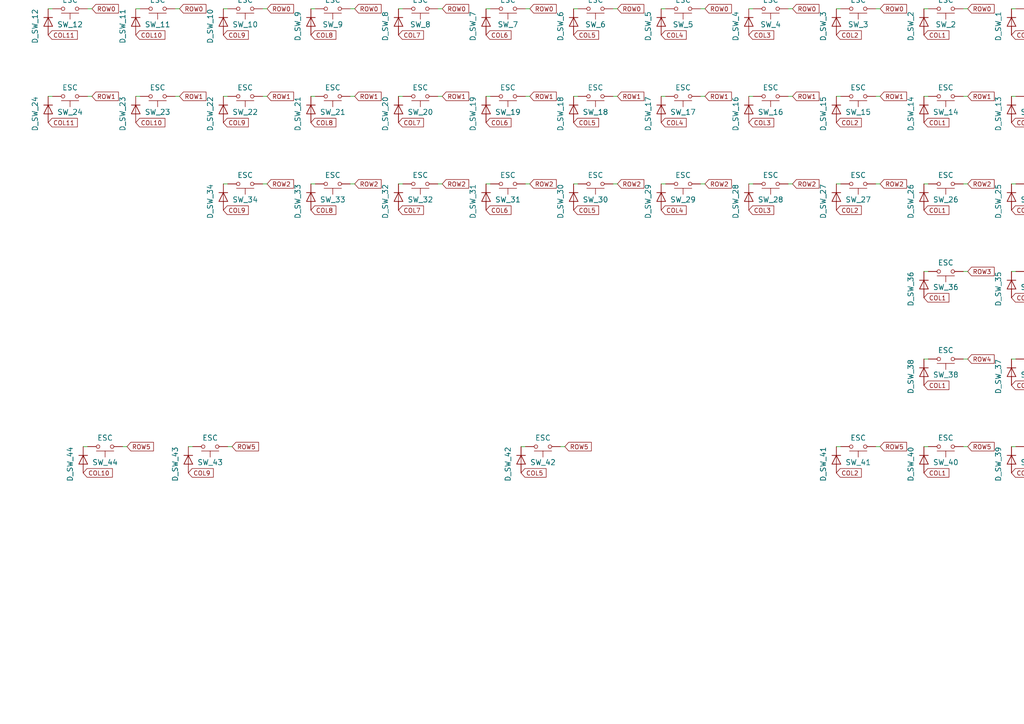
<source format=kicad_sch>
(kicad_sch (version 20211123) (generator eeschema)
  (paper "A4")
  (lib_symbols
    (symbol "Keyboard-symbols:Device_D" (pin_numbers hide) (pin_names (offset 1.016) hide)
      (property "Reference" "D" (at 0 -2.54 0))
      (property "Value" "Device_D" (at 0 2.54 0))
      (symbol "Device_D_0_1"
        (polyline (pts (xy -1.27 0) (xy 1.27 0)))
        (polyline (pts (xy 1.27 -1.27) (xy 1.27 1.27)) (stroke (width 0.2032)))
        (polyline (pts (xy -1.27 -1.27) (xy -1.27 1.27) (xy 1.27 0) (xy -1.27 -1.27)) (stroke (width 0.2032)))
      )
      (symbol "Device_D_1_1"
        (pin passive line (at 3.81 0 180) (length 2.54) (name "K") (number "1"))
        (pin passive line (at -3.81 0 0) (length 2.54) (name "A") (number "2"))
      )
    )
    (symbol "Keyboard-symbols:Switch_SW_Push" (pin_numbers hide) (pin_names (offset 1.016) hide)
      (property "Reference" "SW" (at 1.27 2.54 0))
      (property "Value" "Switch_SW_Push" (at 0 -1.524 0))
      (symbol "Switch_SW_Push_0_1"
        (circle (center -2.032 0) (radius 0.508))
        (polyline (pts (xy 0 1.27) (xy 0 3.048)))
        (polyline (pts (xy 2.54 1.27) (xy -2.54 1.27)))
        (circle (center 2.032 0) (radius 0.508))
        (pin passive line (at -5.08 0 0) (length 2.54) (name "1") (number "1"))
        (pin passive line (at 5.08 0 180) (length 2.54) (name "2") (number "2"))
      )
    )
  )
  (wire (pts (xy 76.2 2.54) (xy 77.47 2.54)))
  (wire (pts (xy 294.64 129.54) (xy 293.37 129.54)))
  (wire (pts (xy 15.24 27.94) (xy 13.97 27.94)))
  (wire (pts (xy 279.4 27.94) (xy 280.67 27.94)))
  (wire (pts (xy 50.8 2.54) (xy 52.07 2.54)))
  (wire (pts (xy 228.6 27.94) (xy 229.87 27.94)))
  (wire (pts (xy 304.8 129.54) (xy 306.07 129.54)))
  (wire (pts (xy 279.4 2.54) (xy 280.67 2.54)))
  (wire (pts (xy 269.24 129.54) (xy 267.97 129.54)))
  (wire (pts (xy 142.24 53.34) (xy 140.97 53.34)))
  (wire (pts (xy 127 53.34) (xy 128.27 53.34)))
  (wire (pts (xy 116.84 53.34) (xy 115.57 53.34)))
  (wire (pts (xy 304.8 2.54) (xy 306.07 2.54)))
  (wire (pts (xy 279.4 53.34) (xy 280.67 53.34)))
  (wire (pts (xy 55.88 129.54) (xy 54.61 129.54)))
  (wire (pts (xy 152.4 2.54) (xy 153.67 2.54)))
  (wire (pts (xy 152.4 27.94) (xy 153.67 27.94)))
  (wire (pts (xy 254 27.94) (xy 255.27 27.94)))
  (wire (pts (xy 228.6 2.54) (xy 229.87 2.54)))
  (wire (pts (xy 203.2 27.94) (xy 204.47 27.94)))
  (wire (pts (xy 66.04 129.54) (xy 67.31 129.54)))
  (wire (pts (xy 91.44 53.34) (xy 90.17 53.34)))
  (wire (pts (xy 167.64 2.54) (xy 166.37 2.54)))
  (wire (pts (xy 193.04 27.94) (xy 191.77 27.94)))
  (wire (pts (xy 167.64 27.94) (xy 166.37 27.94)))
  (wire (pts (xy 152.4 53.34) (xy 153.67 53.34)))
  (wire (pts (xy 167.64 53.34) (xy 166.37 53.34)))
  (wire (pts (xy 304.8 27.94) (xy 306.07 27.94)))
  (wire (pts (xy 40.64 2.54) (xy 39.37 2.54)))
  (wire (pts (xy 203.2 53.34) (xy 204.47 53.34)))
  (wire (pts (xy 218.44 53.34) (xy 217.17 53.34)))
  (wire (pts (xy 101.6 27.94) (xy 102.87 27.94)))
  (wire (pts (xy 269.24 2.54) (xy 267.97 2.54)))
  (wire (pts (xy 243.84 27.94) (xy 242.57 27.94)))
  (wire (pts (xy 127 27.94) (xy 128.27 27.94)))
  (wire (pts (xy 101.6 53.34) (xy 102.87 53.34)))
  (wire (pts (xy 254 53.34) (xy 255.27 53.34)))
  (wire (pts (xy 254 129.54) (xy 255.27 129.54)))
  (wire (pts (xy 243.84 129.54) (xy 242.57 129.54)))
  (wire (pts (xy 243.84 2.54) (xy 242.57 2.54)))
  (wire (pts (xy 101.6 2.54) (xy 102.87 2.54)))
  (wire (pts (xy 304.8 53.34) (xy 306.07 53.34)))
  (wire (pts (xy 177.8 53.34) (xy 179.07 53.34)))
  (wire (pts (xy 294.64 27.94) (xy 293.37 27.94)))
  (wire (pts (xy 294.64 78.74) (xy 293.37 78.74)))
  (wire (pts (xy 279.4 129.54) (xy 280.67 129.54)))
  (wire (pts (xy 116.84 2.54) (xy 115.57 2.54)))
  (wire (pts (xy 25.4 129.54) (xy 24.13 129.54)))
  (wire (pts (xy 304.8 104.14) (xy 306.07 104.14)))
  (wire (pts (xy 218.44 27.94) (xy 217.17 27.94)))
  (wire (pts (xy 15.24 2.54) (xy 13.97 2.54)))
  (wire (pts (xy 25.4 2.54) (xy 26.67 2.54)))
  (wire (pts (xy 40.64 27.94) (xy 39.37 27.94)))
  (wire (pts (xy 203.2 2.54) (xy 204.47 2.54)))
  (wire (pts (xy 35.56 129.54) (xy 36.83 129.54)))
  (wire (pts (xy 294.64 53.34) (xy 293.37 53.34)))
  (wire (pts (xy 76.2 27.94) (xy 77.47 27.94)))
  (wire (pts (xy 304.8 78.74) (xy 306.07 78.74)))
  (wire (pts (xy 66.04 27.94) (xy 64.77 27.94)))
  (wire (pts (xy 177.8 2.54) (xy 179.07 2.54)))
  (wire (pts (xy 25.4 27.94) (xy 26.67 27.94)))
  (wire (pts (xy 269.24 27.94) (xy 267.97 27.94)))
  (wire (pts (xy 50.8 27.94) (xy 52.07 27.94)))
  (wire (pts (xy 279.4 78.74) (xy 280.67 78.74)))
  (wire (pts (xy 294.64 2.54) (xy 293.37 2.54)))
  (wire (pts (xy 269.24 78.74) (xy 267.97 78.74)))
  (wire (pts (xy 116.84 27.94) (xy 115.57 27.94)))
  (wire (pts (xy 142.24 2.54) (xy 140.97 2.54)))
  (wire (pts (xy 162.56 129.54) (xy 163.83 129.54)))
  (wire (pts (xy 152.4 129.54) (xy 151.13 129.54)))
  (wire (pts (xy 279.4 104.14) (xy 280.67 104.14)))
  (wire (pts (xy 142.24 27.94) (xy 140.97 27.94)))
  (wire (pts (xy 91.44 27.94) (xy 90.17 27.94)))
  (wire (pts (xy 254 2.54) (xy 255.27 2.54)))
  (wire (pts (xy 177.8 27.94) (xy 179.07 27.94)))
  (wire (pts (xy 76.2 53.34) (xy 77.47 53.34)))
  (wire (pts (xy 127 2.54) (xy 128.27 2.54)))
  (wire (pts (xy 228.6 53.34) (xy 229.87 53.34)))
  (wire (pts (xy 66.04 53.34) (xy 64.77 53.34)))
  (wire (pts (xy 269.24 53.34) (xy 267.97 53.34)))
  (wire (pts (xy 243.84 53.34) (xy 242.57 53.34)))
  (wire (pts (xy 193.04 53.34) (xy 191.77 53.34)))
  (wire (pts (xy 66.04 2.54) (xy 64.77 2.54)))
  (wire (pts (xy 218.44 2.54) (xy 217.17 2.54)))
  (wire (pts (xy 91.44 2.54) (xy 90.17 2.54)))
  (wire (pts (xy 269.24 104.14) (xy 267.97 104.14)))
  (wire (pts (xy 294.64 104.14) (xy 293.37 104.14)))
  (wire (pts (xy 193.04 2.54) (xy 191.77 2.54)))
  (global_label "ROW1" (shape input) (at 153.67 27.94 0) (property "Intersheet References" "${INTERSHEET_REFS}" (effects hide)))
  (global_label "COL5" (shape input) (at 166.37 10.16 0) (property "Intersheet References" "${INTERSHEET_REFS}" (effects hide)))
  (global_label "COL9" (shape input) (at 64.77 60.96 0) (property "Intersheet References" "${INTERSHEET_REFS}" (effects hide)))
  (global_label "COL9" (shape input) (at 54.61 137.16 0) (property "Intersheet References" "${INTERSHEET_REFS}" (effects hide)))
  (global_label "COL10" (shape input) (at 39.37 35.56 0) (property "Intersheet References" "${INTERSHEET_REFS}" (effects hide)))
  (global_label "ROW0" (shape input) (at 306.07 2.54 0) (property "Intersheet References" "${INTERSHEET_REFS}" (effects hide)))
  (global_label "COL0" (shape input) (at 293.37 35.56 0) (property "Intersheet References" "${INTERSHEET_REFS}" (effects hide)))
  (global_label "COL1" (shape input) (at 267.97 35.56 0) (property "Intersheet References" "${INTERSHEET_REFS}" (effects hide)))
  (global_label "ROW5" (shape input) (at 163.83 129.54 0) (property "Intersheet References" "${INTERSHEET_REFS}" (effects hide)))
  (global_label "COL9" (shape input) (at 64.77 10.16 0) (property "Intersheet References" "${INTERSHEET_REFS}" (effects hide)))
  (global_label "ROW1" (shape input) (at 204.47 27.94 0) (property "Intersheet References" "${INTERSHEET_REFS}" (effects hide)))
  (global_label "COL1" (shape input) (at 267.97 10.16 0) (property "Intersheet References" "${INTERSHEET_REFS}" (effects hide)))
  (global_label "COL8" (shape input) (at 90.17 35.56 0) (property "Intersheet References" "${INTERSHEET_REFS}" (effects hide)))
  (global_label "ROW0" (shape input) (at 204.47 2.54 0) (property "Intersheet References" "${INTERSHEET_REFS}" (effects hide)))
  (global_label "COL9" (shape input) (at 64.77 35.56 0) (property "Intersheet References" "${INTERSHEET_REFS}" (effects hide)))
  (global_label "ROW0" (shape input) (at 26.67 2.54 0) (property "Intersheet References" "${INTERSHEET_REFS}" (effects hide)))
  (global_label "ROW3" (shape input) (at 280.67 78.74 0) (property "Intersheet References" "${INTERSHEET_REFS}" (effects hide)))
  (global_label "COL10" (shape input) (at 39.37 10.16 0) (property "Intersheet References" "${INTERSHEET_REFS}" (effects hide)))
  (global_label "ROW0" (shape input) (at 153.67 2.54 0) (property "Intersheet References" "${INTERSHEET_REFS}" (effects hide)))
  (global_label "COL5" (shape input) (at 166.37 35.56 0) (property "Intersheet References" "${INTERSHEET_REFS}" (effects hide)))
  (global_label "COL11" (shape input) (at 13.97 10.16 0) (property "Intersheet References" "${INTERSHEET_REFS}" (effects hide)))
  (global_label "ROW0" (shape input) (at 102.87 2.54 0) (property "Intersheet References" "${INTERSHEET_REFS}" (effects hide)))
  (global_label "ROW2" (shape input) (at 204.47 53.34 0) (property "Intersheet References" "${INTERSHEET_REFS}" (effects hide)))
  (global_label "COL0" (shape input) (at 293.37 111.76 0) (property "Intersheet References" "${INTERSHEET_REFS}" (effects hide)))
  (global_label "COL3" (shape input) (at 217.17 35.56 0) (property "Intersheet References" "${INTERSHEET_REFS}" (effects hide)))
  (global_label "ROW2" (shape input) (at 179.07 53.34 0) (property "Intersheet References" "${INTERSHEET_REFS}" (effects hide)))
  (global_label "COL4" (shape input) (at 191.77 35.56 0) (property "Intersheet References" "${INTERSHEET_REFS}" (effects hide)))
  (global_label "ROW0" (shape input) (at 179.07 2.54 0) (property "Intersheet References" "${INTERSHEET_REFS}" (effects hide)))
  (global_label "COL5" (shape input) (at 166.37 60.96 0) (property "Intersheet References" "${INTERSHEET_REFS}" (effects hide)))
  (global_label "COL0" (shape input) (at 293.37 86.36 0) (property "Intersheet References" "${INTERSHEET_REFS}" (effects hide)))
  (global_label "ROW0" (shape input) (at 128.27 2.54 0) (property "Intersheet References" "${INTERSHEET_REFS}" (effects hide)))
  (global_label "ROW1" (shape input) (at 179.07 27.94 0) (property "Intersheet References" "${INTERSHEET_REFS}" (effects hide)))
  (global_label "ROW2" (shape input) (at 77.47 53.34 0) (property "Intersheet References" "${INTERSHEET_REFS}" (effects hide)))
  (global_label "COL0" (shape input) (at 293.37 10.16 0) (property "Intersheet References" "${INTERSHEET_REFS}" (effects hide)))
  (global_label "COL10" (shape input) (at 24.13 137.16 0) (property "Intersheet References" "${INTERSHEET_REFS}" (effects hide)))
  (global_label "COL0" (shape input) (at 293.37 137.16 0) (property "Intersheet References" "${INTERSHEET_REFS}" (effects hide)))
  (global_label "ROW5" (shape input) (at 255.27 129.54 0) (property "Intersheet References" "${INTERSHEET_REFS}" (effects hide)))
  (global_label "ROW2" (shape input) (at 128.27 53.34 0) (property "Intersheet References" "${INTERSHEET_REFS}" (effects hide)))
  (global_label "COL7" (shape input) (at 115.57 35.56 0) (property "Intersheet References" "${INTERSHEET_REFS}" (effects hide)))
  (global_label "COL1" (shape input) (at 267.97 137.16 0) (property "Intersheet References" "${INTERSHEET_REFS}" (effects hide)))
  (global_label "ROW1" (shape input) (at 280.67 27.94 0) (property "Intersheet References" "${INTERSHEET_REFS}" (effects hide)))
  (global_label "ROW1" (shape input) (at 255.27 27.94 0) (property "Intersheet References" "${INTERSHEET_REFS}" (effects hide)))
  (global_label "ROW1" (shape input) (at 77.47 27.94 0) (property "Intersheet References" "${INTERSHEET_REFS}" (effects hide)))
  (global_label "COL6" (shape input) (at 140.97 10.16 0) (property "Intersheet References" "${INTERSHEET_REFS}" (effects hide)))
  (global_label "COL5" (shape input) (at 151.13 137.16 0) (property "Intersheet References" "${INTERSHEET_REFS}" (effects hide)))
  (global_label "COL8" (shape input) (at 90.17 60.96 0) (property "Intersheet References" "${INTERSHEET_REFS}" (effects hide)))
  (global_label "ROW4" (shape input) (at 280.67 104.14 0) (property "Intersheet References" "${INTERSHEET_REFS}" (effects hide)))
  (global_label "ROW2" (shape input) (at 306.07 53.34 0) (property "Intersheet References" "${INTERSHEET_REFS}" (effects hide)))
  (global_label "COL11" (shape input) (at 13.97 35.56 0) (property "Intersheet References" "${INTERSHEET_REFS}" (effects hide)))
  (global_label "COL2" (shape input) (at 242.57 35.56 0) (property "Intersheet References" "${INTERSHEET_REFS}" (effects hide)))
  (global_label "COL1" (shape input) (at 267.97 86.36 0) (property "Intersheet References" "${INTERSHEET_REFS}" (effects hide)))
  (global_label "COL6" (shape input) (at 140.97 60.96 0) (property "Intersheet References" "${INTERSHEET_REFS}" (effects hide)))
  (global_label "ROW0" (shape input) (at 255.27 2.54 0) (property "Intersheet References" "${INTERSHEET_REFS}" (effects hide)))
  (global_label "ROW5" (shape input) (at 67.31 129.54 0) (property "Intersheet References" "${INTERSHEET_REFS}" (effects hide)))
  (global_label "COL7" (shape input) (at 115.57 10.16 0) (property "Intersheet References" "${INTERSHEET_REFS}" (effects hide)))
  (global_label "COL2" (shape input) (at 242.57 10.16 0) (property "Intersheet References" "${INTERSHEET_REFS}" (effects hide)))
  (global_label "COL8" (shape input) (at 90.17 10.16 0) (property "Intersheet References" "${INTERSHEET_REFS}" (effects hide)))
  (global_label "ROW5" (shape input) (at 280.67 129.54 0) (property "Intersheet References" "${INTERSHEET_REFS}" (effects hide)))
  (global_label "COL1" (shape input) (at 267.97 60.96 0) (property "Intersheet References" "${INTERSHEET_REFS}" (effects hide)))
  (global_label "ROW1" (shape input) (at 229.87 27.94 0) (property "Intersheet References" "${INTERSHEET_REFS}" (effects hide)))
  (global_label "COL4" (shape input) (at 191.77 60.96 0) (property "Intersheet References" "${INTERSHEET_REFS}" (effects hide)))
  (global_label "ROW0" (shape input) (at 280.67 2.54 0) (property "Intersheet References" "${INTERSHEET_REFS}" (effects hide)))
  (global_label "ROW0" (shape input) (at 77.47 2.54 0) (property "Intersheet References" "${INTERSHEET_REFS}" (effects hide)))
  (global_label "COL6" (shape input) (at 140.97 35.56 0) (property "Intersheet References" "${INTERSHEET_REFS}" (effects hide)))
  (global_label "COL4" (shape input) (at 191.77 10.16 0) (property "Intersheet References" "${INTERSHEET_REFS}" (effects hide)))
  (global_label "COL2" (shape input) (at 242.57 137.16 0) (property "Intersheet References" "${INTERSHEET_REFS}" (effects hide)))
  (global_label "COL1" (shape input) (at 267.97 111.76 0) (property "Intersheet References" "${INTERSHEET_REFS}" (effects hide)))
  (global_label "ROW0" (shape input) (at 229.87 2.54 0) (property "Intersheet References" "${INTERSHEET_REFS}" (effects hide)))
  (global_label "ROW2" (shape input) (at 102.87 53.34 0) (property "Intersheet References" "${INTERSHEET_REFS}" (effects hide)))
  (global_label "COL7" (shape input) (at 115.57 60.96 0) (property "Intersheet References" "${INTERSHEET_REFS}" (effects hide)))
  (global_label "ROW3" (shape input) (at 306.07 78.74 0) (property "Intersheet References" "${INTERSHEET_REFS}" (effects hide)))
  (global_label "ROW2" (shape input) (at 280.67 53.34 0) (property "Intersheet References" "${INTERSHEET_REFS}" (effects hide)))
  (global_label "ROW1" (shape input) (at 128.27 27.94 0) (property "Intersheet References" "${INTERSHEET_REFS}" (effects hide)))
  (global_label "ROW0" (shape input) (at 52.07 2.54 0) (property "Intersheet References" "${INTERSHEET_REFS}" (effects hide)))
  (global_label "COL0" (shape input) (at 293.37 60.96 0) (property "Intersheet References" "${INTERSHEET_REFS}" (effects hide)))
  (global_label "ROW2" (shape input) (at 255.27 53.34 0) (property "Intersheet References" "${INTERSHEET_REFS}" (effects hide)))
  (global_label "COL2" (shape input) (at 242.57 60.96 0) (property "Intersheet References" "${INTERSHEET_REFS}" (effects hide)))
  (global_label "ROW2" (shape input) (at 153.67 53.34 0) (property "Intersheet References" "${INTERSHEET_REFS}" (effects hide)))
  (global_label "COL3" (shape input) (at 217.17 60.96 0) (property "Intersheet References" "${INTERSHEET_REFS}" (effects hide)))
  (global_label "ROW1" (shape input) (at 52.07 27.94 0) (property "Intersheet References" "${INTERSHEET_REFS}" (effects hide)))
  (global_label "ROW1" (shape input) (at 102.87 27.94 0) (property "Intersheet References" "${INTERSHEET_REFS}" (effects hide)))
  (global_label "ROW4" (shape input) (at 306.07 104.14 0) (property "Intersheet References" "${INTERSHEET_REFS}" (effects hide)))
  (global_label "ROW5" (shape input) (at 306.07 129.54 0) (property "Intersheet References" "${INTERSHEET_REFS}" (effects hide)))
  (global_label "ROW2" (shape input) (at 229.87 53.34 0) (property "Intersheet References" "${INTERSHEET_REFS}" (effects hide)))
  (global_label "ROW1" (shape input) (at 26.67 27.94 0) (property "Intersheet References" "${INTERSHEET_REFS}" (effects hide)))
  (global_label "ROW1" (shape input) (at 306.07 27.94 0) (property "Intersheet References" "${INTERSHEET_REFS}" (effects hide)))
  (global_label "COL3" (shape input) (at 217.17 10.16 0) (property "Intersheet References" "${INTERSHEET_REFS}" (effects hide)))
  (global_label "ROW5" (shape input) (at 36.83 129.54 0) (property "Intersheet References" "${INTERSHEET_REFS}" (effects hide)))
  (symbol (lib_id "Keyboard-symbols:Switch_SW_Push") (at 121.92 27.94 180) (unit 1)
    (property "Reference" "SW_20" (at 121.92 32.512 0) (effects (font (size 1.524 1.524))))
    (property "Value" "ESC" (at 121.92 25.4 0) (effects (font (size 1.524 1.524))))
    (property "Footprint" "Keyboardio:MX-KailhClip-1.00u-no-top-ring" (effects hide))
  )
  (symbol (lib_id "Keyboard-symbols:Switch_SW_Push") (at 172.72 2.54 180) (unit 1)
    (property "Reference" "SW_6" (at 172.72 7.112 0) (effects (font (size 1.524 1.524))))
    (property "Value" "ESC" (at 172.72 0 0) (effects (font (size 1.524 1.524))))
    (property "Footprint" "Keyboardio:MX-KailhClip-1.00u-no-top-ring" (effects hide))
  )
  (symbol (lib_id "Keyboard-symbols:Device_D") (at 191.77 31.75 90) (unit 1)
    (property "Reference" "D_SW_17" (at 187.96 33.02 0) (effects (font (size 1.524 1.524))))
    (property "Value" "D_SOD-123" (effects hide))
    (property "Footprint" "D_SOD-123" (effects hide))
  )
  (symbol (lib_id "Keyboard-symbols:Device_D") (at 13.97 6.35 90) (unit 1)
    (property "Reference" "D_SW_12" (at 10.16 7.62 0) (effects (font (size 1.524 1.524))))
    (property "Value" "D_SOD-123" (effects hide))
    (property "Footprint" "D_SOD-123" (effects hide))
  )
  (symbol (lib_id "Keyboard-symbols:Device_D") (at 242.57 6.35 90) (unit 1)
    (property "Reference" "D_SW_3" (at 238.76 7.62 0) (effects (font (size 1.524 1.524))))
    (property "Value" "D_SOD-123" (effects hide))
    (property "Footprint" "D_SOD-123" (effects hide))
  )
  (symbol (lib_id "Keyboard-symbols:Device_D") (at 115.57 57.15 90) (unit 1)
    (property "Reference" "D_SW_32" (at 111.76 58.42 0) (effects (font (size 1.524 1.524))))
    (property "Value" "D_SOD-123" (effects hide))
    (property "Footprint" "D_SOD-123" (effects hide))
  )
  (symbol (lib_id "Keyboard-symbols:Switch_SW_Push") (at 45.72 2.54 180) (unit 1)
    (property "Reference" "SW_11" (at 45.72 7.112 0) (effects (font (size 1.524 1.524))))
    (property "Value" "ESC" (at 45.72 0 0) (effects (font (size 1.524 1.524))))
    (property "Footprint" "Keyboardio:MX-KailhClip-1.00u-no-top-ring" (effects hide))
  )
  (symbol (lib_id "Keyboard-symbols:Switch_SW_Push") (at 299.72 27.94 180) (unit 1)
    (property "Reference" "SW_13" (at 299.72 32.512 0) (effects (font (size 1.524 1.524))))
    (property "Value" "ESC" (at 299.72 25.4 0) (effects (font (size 1.524 1.524))))
    (property "Footprint" "Keyboardio:MX-KailhClip-1.00u-no-top-ring" (effects hide))
  )
  (symbol (lib_id "Keyboard-symbols:Switch_SW_Push") (at 121.92 2.54 180) (unit 1)
    (property "Reference" "SW_8" (at 121.92 7.112 0) (effects (font (size 1.524 1.524))))
    (property "Value" "ESC" (at 121.92 0 0) (effects (font (size 1.524 1.524))))
    (property "Footprint" "Keyboardio:MX-KailhClip-1.00u-no-top-ring" (effects hide))
  )
  (symbol (lib_id "Keyboard-symbols:Switch_SW_Push") (at 198.12 2.54 180) (unit 1)
    (property "Reference" "SW_5" (at 198.12 7.112 0) (effects (font (size 1.524 1.524))))
    (property "Value" "ESC" (at 198.12 0 0) (effects (font (size 1.524 1.524))))
    (property "Footprint" "Keyboardio:MX-KailhClip-1.00u-no-top-ring" (effects hide))
  )
  (symbol (lib_id "Keyboard-symbols:Device_D") (at 267.97 31.75 90) (unit 1)
    (property "Reference" "D_SW_14" (at 264.16 33.02 0) (effects (font (size 1.524 1.524))))
    (property "Value" "D_SOD-123" (effects hide))
    (property "Footprint" "D_SOD-123" (effects hide))
  )
  (symbol (lib_id "Keyboard-symbols:Switch_SW_Push") (at 248.92 27.94 180) (unit 1)
    (property "Reference" "SW_15" (at 248.92 32.512 0) (effects (font (size 1.524 1.524))))
    (property "Value" "ESC" (at 248.92 25.4 0) (effects (font (size 1.524 1.524))))
    (property "Footprint" "Keyboardio:MX-KailhClip-1.00u-no-top-ring" (effects hide))
  )
  (symbol (lib_id "Keyboard-symbols:Switch_SW_Push") (at 274.32 2.54 180) (unit 1)
    (property "Reference" "SW_2" (at 274.32 7.112 0) (effects (font (size 1.524 1.524))))
    (property "Value" "ESC" (at 274.32 0 0) (effects (font (size 1.524 1.524))))
    (property "Footprint" "Keyboardio:MX-KailhClip-1.00u-no-top-ring" (effects hide))
  )
  (symbol (lib_id "Keyboard-symbols:Device_D") (at 293.37 82.55 90) (unit 1)
    (property "Reference" "D_SW_35" (at 289.56 83.82 0) (effects (font (size 1.524 1.524))))
    (property "Value" "D_SOD-123" (effects hide))
    (property "Footprint" "D_SOD-123" (effects hide))
  )
  (symbol (lib_id "Keyboard-symbols:Device_D") (at 267.97 57.15 90) (unit 1)
    (property "Reference" "D_SW_26" (at 264.16 58.42 0) (effects (font (size 1.524 1.524))))
    (property "Value" "D_SOD-123" (effects hide))
    (property "Footprint" "D_SOD-123" (effects hide))
  )
  (symbol (lib_id "Keyboard-symbols:Switch_SW_Push") (at 198.12 53.34 180) (unit 1)
    (property "Reference" "SW_29" (at 198.12 57.912 0) (effects (font (size 1.524 1.524))))
    (property "Value" "ESC" (at 198.12 50.8 0) (effects (font (size 1.524 1.524))))
    (property "Footprint" "Keyboardio:MX-KailhClip-1.00u-no-top-ring" (effects hide))
  )
  (symbol (lib_id "Keyboard-symbols:Device_D") (at 166.37 57.15 90) (unit 1)
    (property "Reference" "D_SW_30" (at 162.56 58.42 0) (effects (font (size 1.524 1.524))))
    (property "Value" "D_SOD-123" (effects hide))
    (property "Footprint" "D_SOD-123" (effects hide))
  )
  (symbol (lib_id "Keyboard-symbols:Device_D") (at 242.57 133.35 90) (unit 1)
    (property "Reference" "D_SW_41" (at 238.76 134.62 0) (effects (font (size 1.524 1.524))))
    (property "Value" "D_SOD-123" (effects hide))
    (property "Footprint" "D_SOD-123" (effects hide))
  )
  (symbol (lib_id "Keyboard-symbols:Switch_SW_Push") (at 248.92 2.54 180) (unit 1)
    (property "Reference" "SW_3" (at 248.92 7.112 0) (effects (font (size 1.524 1.524))))
    (property "Value" "ESC" (at 248.92 0 0) (effects (font (size 1.524 1.524))))
    (property "Footprint" "Keyboardio:MX-KailhClip-1.00u-no-top-ring" (effects hide))
  )
  (symbol (lib_id "Keyboard-symbols:Device_D") (at 39.37 31.75 90) (unit 1)
    (property "Reference" "D_SW_23" (at 35.56 33.02 0) (effects (font (size 1.524 1.524))))
    (property "Value" "D_SOD-123" (effects hide))
    (property "Footprint" "D_SOD-123" (effects hide))
  )
  (symbol (lib_id "Keyboard-symbols:Device_D") (at 140.97 57.15 90) (unit 1)
    (property "Reference" "D_SW_31" (at 137.16 58.42 0) (effects (font (size 1.524 1.524))))
    (property "Value" "D_SOD-123" (effects hide))
    (property "Footprint" "D_SOD-123" (effects hide))
  )
  (symbol (lib_id "Keyboard-symbols:Device_D") (at 267.97 6.35 90) (unit 1)
    (property "Reference" "D_SW_2" (at 264.16 7.62 0) (effects (font (size 1.524 1.524))))
    (property "Value" "D_SOD-123" (effects hide))
    (property "Footprint" "D_SOD-123" (effects hide))
  )
  (symbol (lib_id "Keyboard-symbols:Switch_SW_Push") (at 121.92 53.34 180) (unit 1)
    (property "Reference" "SW_32" (at 121.92 57.912 0) (effects (font (size 1.524 1.524))))
    (property "Value" "ESC" (at 121.92 50.8 0) (effects (font (size 1.524 1.524))))
    (property "Footprint" "Keyboardio:MX-KailhClip-1.00u-no-top-ring" (effects hide))
  )
  (symbol (lib_id "Keyboard-symbols:Device_D") (at 242.57 31.75 90) (unit 1)
    (property "Reference" "D_SW_15" (at 238.76 33.02 0) (effects (font (size 1.524 1.524))))
    (property "Value" "D_SOD-123" (effects hide))
    (property "Footprint" "D_SOD-123" (effects hide))
  )
  (symbol (lib_id "Keyboard-symbols:Switch_SW_Push") (at 60.96 129.54 180) (unit 1)
    (property "Reference" "SW_43" (at 60.96 134.112 0) (effects (font (size 1.524 1.524))))
    (property "Value" "ESC" (at 60.96 127 0) (effects (font (size 1.524 1.524))))
    (property "Footprint" "Keyboardio:MX-KailhClip-1.00u-no-top-ring" (effects hide))
  )
  (symbol (lib_id "Keyboard-symbols:Switch_SW_Push") (at 223.52 2.54 180) (unit 1)
    (property "Reference" "SW_4" (at 223.52 7.112 0) (effects (font (size 1.524 1.524))))
    (property "Value" "ESC" (at 223.52 0 0) (effects (font (size 1.524 1.524))))
    (property "Footprint" "Keyboardio:MX-KailhClip-1.00u-no-top-ring" (effects hide))
  )
  (symbol (lib_id "Keyboard-symbols:Switch_SW_Push") (at 96.52 53.34 180) (unit 1)
    (property "Reference" "SW_33" (at 96.52 57.912 0) (effects (font (size 1.524 1.524))))
    (property "Value" "ESC" (at 96.52 50.8 0) (effects (font (size 1.524 1.524))))
    (property "Footprint" "Keyboardio:MX-KailhClip-1.00u-no-top-ring" (effects hide))
  )
  (symbol (lib_id "Keyboard-symbols:Device_D") (at 217.17 6.35 90) (unit 1)
    (property "Reference" "D_SW_4" (at 213.36 7.62 0) (effects (font (size 1.524 1.524))))
    (property "Value" "D_SOD-123" (effects hide))
    (property "Footprint" "D_SOD-123" (effects hide))
  )
  (symbol (lib_id "Keyboard-symbols:Switch_SW_Push") (at 299.72 53.34 180) (unit 1)
    (property "Reference" "SW_25" (at 299.72 57.912 0) (effects (font (size 1.524 1.524))))
    (property "Value" "ESC" (at 299.72 50.8 0) (effects (font (size 1.524 1.524))))
    (property "Footprint" "Keyboardio:MX-KailhClip-1.00u-no-top-ring" (effects hide))
  )
  (symbol (lib_id "Keyboard-symbols:Switch_SW_Push") (at 248.92 53.34 180) (unit 1)
    (property "Reference" "SW_27" (at 248.92 57.912 0) (effects (font (size 1.524 1.524))))
    (property "Value" "ESC" (at 248.92 50.8 0) (effects (font (size 1.524 1.524))))
    (property "Footprint" "Keyboardio:MX-KailhClip-1.00u-no-top-ring" (effects hide))
  )
  (symbol (lib_id "Keyboard-symbols:Switch_SW_Push") (at 45.72 27.94 180) (unit 1)
    (property "Reference" "SW_23" (at 45.72 32.512 0) (effects (font (size 1.524 1.524))))
    (property "Value" "ESC" (at 45.72 25.4 0) (effects (font (size 1.524 1.524))))
    (property "Footprint" "Keyboardio:MX-KailhClip-1.00u-no-top-ring" (effects hide))
  )
  (symbol (lib_id "Keyboard-symbols:Device_D") (at 24.13 133.35 90) (unit 1)
    (property "Reference" "D_SW_44" (at 20.32 134.62 0) (effects (font (size 1.524 1.524))))
    (property "Value" "D_SOD-123" (effects hide))
    (property "Footprint" "D_SOD-123" (effects hide))
  )
  (symbol (lib_id "Keyboard-symbols:Switch_SW_Push") (at 299.72 2.54 180) (unit 1)
    (property "Reference" "SW_1" (at 299.72 7.112 0) (effects (font (size 1.524 1.524))))
    (property "Value" "ESC" (at 299.72 0 0) (effects (font (size 1.524 1.524))))
    (property "Footprint" "Keyboardio:MX-KailhClip-1.00u-no-top-ring" (effects hide))
  )
  (symbol (lib_id "Keyboard-symbols:Switch_SW_Push") (at 223.52 27.94 180) (unit 1)
    (property "Reference" "SW_16" (at 223.52 32.512 0) (effects (font (size 1.524 1.524))))
    (property "Value" "ESC" (at 223.52 25.4 0) (effects (font (size 1.524 1.524))))
    (property "Footprint" "Keyboardio:MX-KailhClip-1.00u-no-top-ring" (effects hide))
  )
  (symbol (lib_id "Keyboard-symbols:Device_D") (at 151.13 133.35 90) (unit 1)
    (property "Reference" "D_SW_42" (at 147.32 134.62 0) (effects (font (size 1.524 1.524))))
    (property "Value" "D_SOD-123" (effects hide))
    (property "Footprint" "D_SOD-123" (effects hide))
  )
  (symbol (lib_id "Keyboard-symbols:Device_D") (at 217.17 31.75 90) (unit 1)
    (property "Reference" "D_SW_16" (at 213.36 33.02 0) (effects (font (size 1.524 1.524))))
    (property "Value" "D_SOD-123" (effects hide))
    (property "Footprint" "D_SOD-123" (effects hide))
  )
  (symbol (lib_id "Keyboard-symbols:Device_D") (at 115.57 6.35 90) (unit 1)
    (property "Reference" "D_SW_8" (at 111.76 7.62 0) (effects (font (size 1.524 1.524))))
    (property "Value" "D_SOD-123" (effects hide))
    (property "Footprint" "D_SOD-123" (effects hide))
  )
  (symbol (lib_id "Keyboard-symbols:Device_D") (at 140.97 6.35 90) (unit 1)
    (property "Reference" "D_SW_7" (at 137.16 7.62 0) (effects (font (size 1.524 1.524))))
    (property "Value" "D_SOD-123" (effects hide))
    (property "Footprint" "D_SOD-123" (effects hide))
  )
  (symbol (lib_id "Keyboard-symbols:Device_D") (at 191.77 57.15 90) (unit 1)
    (property "Reference" "D_SW_29" (at 187.96 58.42 0) (effects (font (size 1.524 1.524))))
    (property "Value" "D_SOD-123" (effects hide))
    (property "Footprint" "D_SOD-123" (effects hide))
  )
  (symbol (lib_id "Keyboard-symbols:Device_D") (at 166.37 6.35 90) (unit 1)
    (property "Reference" "D_SW_6" (at 162.56 7.62 0) (effects (font (size 1.524 1.524))))
    (property "Value" "D_SOD-123" (effects hide))
    (property "Footprint" "D_SOD-123" (effects hide))
  )
  (symbol (lib_id "Keyboard-symbols:Device_D") (at 115.57 31.75 90) (unit 1)
    (property "Reference" "D_SW_20" (at 111.76 33.02 0) (effects (font (size 1.524 1.524))))
    (property "Value" "D_SOD-123" (effects hide))
    (property "Footprint" "D_SOD-123" (effects hide))
  )
  (symbol (lib_id "Keyboard-symbols:Switch_SW_Push") (at 96.52 27.94 180) (unit 1)
    (property "Reference" "SW_21" (at 96.52 32.512 0) (effects (font (size 1.524 1.524))))
    (property "Value" "ESC" (at 96.52 25.4 0) (effects (font (size 1.524 1.524))))
    (property "Footprint" "Keyboardio:MX-KailhClip-1.00u-no-top-ring" (effects hide))
  )
  (symbol (lib_id "Keyboard-symbols:Switch_SW_Push") (at 299.72 104.14 180) (unit 1)
    (property "Reference" "SW_37" (at 299.72 108.712 0) (effects (font (size 1.524 1.524))))
    (property "Value" "ESC" (at 299.72 101.6 0) (effects (font (size 1.524 1.524))))
    (property "Footprint" "Keyboardio:MX-KailhClip-1.00u-no-top-ring" (effects hide))
  )
  (symbol (lib_id "Keyboard-symbols:Device_D") (at 13.97 31.75 90) (unit 1)
    (property "Reference" "D_SW_24" (at 10.16 33.02 0) (effects (font (size 1.524 1.524))))
    (property "Value" "D_SOD-123" (effects hide))
    (property "Footprint" "D_SOD-123" (effects hide))
  )
  (symbol (lib_id "Keyboard-symbols:Device_D") (at 90.17 57.15 90) (unit 1)
    (property "Reference" "D_SW_33" (at 86.36 58.42 0) (effects (font (size 1.524 1.524))))
    (property "Value" "D_SOD-123" (effects hide))
    (property "Footprint" "D_SOD-123" (effects hide))
  )
  (symbol (lib_id "Keyboard-symbols:Device_D") (at 64.77 57.15 90) (unit 1)
    (property "Reference" "D_SW_34" (at 60.96 58.42 0) (effects (font (size 1.524 1.524))))
    (property "Value" "D_SOD-123" (effects hide))
    (property "Footprint" "D_SOD-123" (effects hide))
  )
  (symbol (lib_id "Keyboard-symbols:Switch_SW_Push") (at 299.72 78.74 180) (unit 1)
    (property "Reference" "SW_35" (at 299.72 83.312 0) (effects (font (size 1.524 1.524))))
    (property "Value" "ESC" (at 299.72 76.2 0) (effects (font (size 1.524 1.524))))
    (property "Footprint" "Keyboardio:MX-KailhClip-1.00u-no-top-ring" (effects hide))
  )
  (symbol (lib_id "Keyboard-symbols:Switch_SW_Push") (at 30.48 129.54 180) (unit 1)
    (property "Reference" "SW_44" (at 30.48 134.112 0) (effects (font (size 1.524 1.524))))
    (property "Value" "ESC" (at 30.48 127 0) (effects (font (size 1.524 1.524))))
    (property "Footprint" "Keyboardio:MX-KailhClip-1.00u-no-top-ring" (effects hide))
  )
  (symbol (lib_id "Keyboard-symbols:Device_D") (at 166.37 31.75 90) (unit 1)
    (property "Reference" "D_SW_18" (at 162.56 33.02 0) (effects (font (size 1.524 1.524))))
    (property "Value" "D_SOD-123" (effects hide))
    (property "Footprint" "D_SOD-123" (effects hide))
  )
  (symbol (lib_id "Keyboard-symbols:Device_D") (at 64.77 31.75 90) (unit 1)
    (property "Reference" "D_SW_22" (at 60.96 33.02 0) (effects (font (size 1.524 1.524))))
    (property "Value" "D_SOD-123" (effects hide))
    (property "Footprint" "D_SOD-123" (effects hide))
  )
  (symbol (lib_id "Keyboard-symbols:Switch_SW_Push") (at 274.32 27.94 180) (unit 1)
    (property "Reference" "SW_14" (at 274.32 32.512 0) (effects (font (size 1.524 1.524))))
    (property "Value" "ESC" (at 274.32 25.4 0) (effects (font (size 1.524 1.524))))
    (property "Footprint" "Keyboardio:MX-KailhClip-1.00u-no-top-ring" (effects hide))
  )
  (symbol (lib_id "Keyboard-symbols:Switch_SW_Push") (at 274.32 53.34 180) (unit 1)
    (property "Reference" "SW_26" (at 274.32 57.912 0) (effects (font (size 1.524 1.524))))
    (property "Value" "ESC" (at 274.32 50.8 0) (effects (font (size 1.524 1.524))))
    (property "Footprint" "Keyboardio:MX-KailhClip-1.00u-no-top-ring" (effects hide))
  )
  (symbol (lib_id "Keyboard-symbols:Switch_SW_Push") (at 147.32 53.34 180) (unit 1)
    (property "Reference" "SW_31" (at 147.32 57.912 0) (effects (font (size 1.524 1.524))))
    (property "Value" "ESC" (at 147.32 50.8 0) (effects (font (size 1.524 1.524))))
    (property "Footprint" "Keyboardio:MX-KailhClip-1.00u-no-top-ring" (effects hide))
  )
  (symbol (lib_id "Keyboard-symbols:Device_D") (at 191.77 6.35 90) (unit 1)
    (property "Reference" "D_SW_5" (at 187.96 7.62 0) (effects (font (size 1.524 1.524))))
    (property "Value" "D_SOD-123" (effects hide))
    (property "Footprint" "D_SOD-123" (effects hide))
  )
  (symbol (lib_id "Keyboard-symbols:Device_D") (at 242.57 57.15 90) (unit 1)
    (property "Reference" "D_SW_27" (at 238.76 58.42 0) (effects (font (size 1.524 1.524))))
    (property "Value" "D_SOD-123" (effects hide))
    (property "Footprint" "D_SOD-123" (effects hide))
  )
  (symbol (lib_id "Keyboard-symbols:Device_D") (at 267.97 82.55 90) (unit 1)
    (property "Reference" "D_SW_36" (at 264.16 83.82 0) (effects (font (size 1.524 1.524))))
    (property "Value" "D_SOD-123" (effects hide))
    (property "Footprint" "D_SOD-123" (effects hide))
  )
  (symbol (lib_id "Keyboard-symbols:Device_D") (at 90.17 6.35 90) (unit 1)
    (property "Reference" "D_SW_9" (at 86.36 7.62 0) (effects (font (size 1.524 1.524))))
    (property "Value" "D_SOD-123" (effects hide))
    (property "Footprint" "D_SOD-123" (effects hide))
  )
  (symbol (lib_id "Keyboard-symbols:Device_D") (at 140.97 31.75 90) (unit 1)
    (property "Reference" "D_SW_19" (at 137.16 33.02 0) (effects (font (size 1.524 1.524))))
    (property "Value" "D_SOD-123" (effects hide))
    (property "Footprint" "D_SOD-123" (effects hide))
  )
  (symbol (lib_id "Keyboard-symbols:Device_D") (at 293.37 107.95 90) (unit 1)
    (property "Reference" "D_SW_37" (at 289.56 109.22 0) (effects (font (size 1.524 1.524))))
    (property "Value" "D_SOD-123" (effects hide))
    (property "Footprint" "D_SOD-123" (effects hide))
  )
  (symbol (lib_id "Keyboard-symbols:Switch_SW_Push") (at 274.32 129.54 180) (unit 1)
    (property "Reference" "SW_40" (at 274.32 134.112 0) (effects (font (size 1.524 1.524))))
    (property "Value" "ESC" (at 274.32 127 0) (effects (font (size 1.524 1.524))))
    (property "Footprint" "Keyboardio:MX-KailhClip-1.00u-no-top-ring" (effects hide))
  )
  (symbol (lib_id "Keyboard-symbols:Switch_SW_Push") (at 223.52 53.34 180) (unit 1)
    (property "Reference" "SW_28" (at 223.52 57.912 0) (effects (font (size 1.524 1.524))))
    (property "Value" "ESC" (at 223.52 50.8 0) (effects (font (size 1.524 1.524))))
    (property "Footprint" "Keyboardio:MX-KailhClip-1.00u-no-top-ring" (effects hide))
  )
  (symbol (lib_id "Keyboard-symbols:Switch_SW_Push") (at 71.12 53.34 180) (unit 1)
    (property "Reference" "SW_34" (at 71.12 57.912 0) (effects (font (size 1.524 1.524))))
    (property "Value" "ESC" (at 71.12 50.8 0) (effects (font (size 1.524 1.524))))
    (property "Footprint" "Keyboardio:MX-KailhClip-1.00u-no-top-ring" (effects hide))
  )
  (symbol (lib_id "Keyboard-symbols:Switch_SW_Push") (at 20.32 27.94 180) (unit 1)
    (property "Reference" "SW_24" (at 20.32 32.512 0) (effects (font (size 1.524 1.524))))
    (property "Value" "ESC" (at 20.32 25.4 0) (effects (font (size 1.524 1.524))))
    (property "Footprint" "Keyboardio:MX-KailhClip-1.00u-no-top-ring" (effects hide))
  )
  (symbol (lib_id "Keyboard-symbols:Device_D") (at 54.61 133.35 90) (unit 1)
    (property "Reference" "D_SW_43" (at 50.8 134.62 0) (effects (font (size 1.524 1.524))))
    (property "Value" "D_SOD-123" (effects hide))
    (property "Footprint" "D_SOD-123" (effects hide))
  )
  (symbol (lib_id "Keyboard-symbols:Switch_SW_Push") (at 71.12 27.94 180) (unit 1)
    (property "Reference" "SW_22" (at 71.12 32.512 0) (effects (font (size 1.524 1.524))))
    (property "Value" "ESC" (at 71.12 25.4 0) (effects (font (size 1.524 1.524))))
    (property "Footprint" "Keyboardio:MX-KailhClip-1.00u-no-top-ring" (effects hide))
  )
  (symbol (lib_id "Keyboard-symbols:Switch_SW_Push") (at 248.92 129.54 180) (unit 1)
    (property "Reference" "SW_41" (at 248.92 134.112 0) (effects (font (size 1.524 1.524))))
    (property "Value" "ESC" (at 248.92 127 0) (effects (font (size 1.524 1.524))))
    (property "Footprint" "Keyboardio:MX-KailhClip-1.00u-no-top-ring" (effects hide))
  )
  (symbol (lib_id "Keyboard-symbols:Device_D") (at 39.37 6.35 90) (unit 1)
    (property "Reference" "D_SW_11" (at 35.56 7.62 0) (effects (font (size 1.524 1.524))))
    (property "Value" "D_SOD-123" (effects hide))
    (property "Footprint" "D_SOD-123" (effects hide))
  )
  (symbol (lib_id "Keyboard-symbols:Device_D") (at 293.37 57.15 90) (unit 1)
    (property "Reference" "D_SW_25" (at 289.56 58.42 0) (effects (font (size 1.524 1.524))))
    (property "Value" "D_SOD-123" (effects hide))
    (property "Footprint" "D_SOD-123" (effects hide))
  )
  (symbol (lib_id "Keyboard-symbols:Device_D") (at 267.97 107.95 90) (unit 1)
    (property "Reference" "D_SW_38" (at 264.16 109.22 0) (effects (font (size 1.524 1.524))))
    (property "Value" "D_SOD-123" (effects hide))
    (property "Footprint" "D_SOD-123" (effects hide))
  )
  (symbol (lib_id "Keyboard-symbols:Switch_SW_Push") (at 274.32 78.74 180) (unit 1)
    (property "Reference" "SW_36" (at 274.32 83.312 0) (effects (font (size 1.524 1.524))))
    (property "Value" "ESC" (at 274.32 76.2 0) (effects (font (size 1.524 1.524))))
    (property "Footprint" "Keyboardio:MX-KailhClip-1.00u-no-top-ring" (effects hide))
  )
  (symbol (lib_id "Keyboard-symbols:Device_D") (at 293.37 6.35 90) (unit 1)
    (property "Reference" "D_SW_1" (at 289.56 7.62 0) (effects (font (size 1.524 1.524))))
    (property "Value" "D_SOD-123" (effects hide))
    (property "Footprint" "D_SOD-123" (effects hide))
  )
  (symbol (lib_id "Keyboard-symbols:Switch_SW_Push") (at 96.52 2.54 180) (unit 1)
    (property "Reference" "SW_9" (at 96.52 7.112 0) (effects (font (size 1.524 1.524))))
    (property "Value" "ESC" (at 96.52 0 0) (effects (font (size 1.524 1.524))))
    (property "Footprint" "Keyboardio:MX-KailhClip-1.00u-no-top-ring" (effects hide))
  )
  (symbol (lib_id "Keyboard-symbols:Device_D") (at 293.37 133.35 90) (unit 1)
    (property "Reference" "D_SW_39" (at 289.56 134.62 0) (effects (font (size 1.524 1.524))))
    (property "Value" "D_SOD-123" (effects hide))
    (property "Footprint" "D_SOD-123" (effects hide))
  )
  (symbol (lib_id "Keyboard-symbols:Device_D") (at 217.17 57.15 90) (unit 1)
    (property "Reference" "D_SW_28" (at 213.36 58.42 0) (effects (font (size 1.524 1.524))))
    (property "Value" "D_SOD-123" (effects hide))
    (property "Footprint" "D_SOD-123" (effects hide))
  )
  (symbol (lib_id "Keyboard-symbols:Switch_SW_Push") (at 198.12 27.94 180) (unit 1)
    (property "Reference" "SW_17" (at 198.12 32.512 0) (effects (font (size 1.524 1.524))))
    (property "Value" "ESC" (at 198.12 25.4 0) (effects (font (size 1.524 1.524))))
    (property "Footprint" "Keyboardio:MX-KailhClip-1.00u-no-top-ring" (effects hide))
  )
  (symbol (lib_id "Keyboard-symbols:Switch_SW_Push") (at 157.48 129.54 180) (unit 1)
    (property "Reference" "SW_42" (at 157.48 134.112 0) (effects (font (size 1.524 1.524))))
    (property "Value" "ESC" (at 157.48 127 0) (effects (font (size 1.524 1.524))))
    (property "Footprint" "Keyboardio:MX-KailhClip-1.00u-no-top-ring" (effects hide))
  )
  (symbol (lib_id "Keyboard-symbols:Switch_SW_Push") (at 274.32 104.14 180) (unit 1)
    (property "Reference" "SW_38" (at 274.32 108.712 0) (effects (font (size 1.524 1.524))))
    (property "Value" "ESC" (at 274.32 101.6 0) (effects (font (size 1.524 1.524))))
    (property "Footprint" "Keyboardio:MX-KailhClip-1.00u-no-top-ring" (effects hide))
  )
  (symbol (lib_id "Keyboard-symbols:Switch_SW_Push") (at 172.72 27.94 180) (unit 1)
    (property "Reference" "SW_18" (at 172.72 32.512 0) (effects (font (size 1.524 1.524))))
    (property "Value" "ESC" (at 172.72 25.4 0) (effects (font (size 1.524 1.524))))
    (property "Footprint" "Keyboardio:MX-KailhClip-1.00u-no-top-ring" (effects hide))
  )
  (symbol (lib_id "Keyboard-symbols:Switch_SW_Push") (at 172.72 53.34 180) (unit 1)
    (property "Reference" "SW_30" (at 172.72 57.912 0) (effects (font (size 1.524 1.524))))
    (property "Value" "ESC" (at 172.72 50.8 0) (effects (font (size 1.524 1.524))))
    (property "Footprint" "Keyboardio:MX-KailhClip-1.00u-no-top-ring" (effects hide))
  )
  (symbol (lib_id "Keyboard-symbols:Device_D") (at 64.77 6.35 90) (unit 1)
    (property "Reference" "D_SW_10" (at 60.96 7.62 0) (effects (font (size 1.524 1.524))))
    (property "Value" "D_SOD-123" (effects hide))
    (property "Footprint" "D_SOD-123" (effects hide))
  )
  (symbol (lib_id "Keyboard-symbols:Switch_SW_Push") (at 20.32 2.54 180) (unit 1)
    (property "Reference" "SW_12" (at 20.32 7.112 0) (effects (font (size 1.524 1.524))))
    (property "Value" "ESC" (at 20.32 0 0) (effects (font (size 1.524 1.524))))
    (property "Footprint" "Keyboardio:MX-KailhClip-1.00u-no-top-ring" (effects hide))
  )
  (symbol (lib_id "Keyboard-symbols:Switch_SW_Push") (at 147.32 27.94 180) (unit 1)
    (property "Reference" "SW_19" (at 147.32 32.512 0) (effects (font (size 1.524 1.524))))
    (property "Value" "ESC" (at 147.32 25.4 0) (effects (font (size 1.524 1.524))))
    (property "Footprint" "Keyboardio:MX-KailhClip-1.00u-no-top-ring" (effects hide))
  )
  (symbol (lib_id "Keyboard-symbols:Switch_SW_Push") (at 299.72 129.54 180) (unit 1)
    (property "Reference" "SW_39" (at 299.72 134.112 0) (effects (font (size 1.524 1.524))))
    (property "Value" "ESC" (at 299.72 127 0) (effects (font (size 1.524 1.524))))
    (property "Footprint" "Keyboardio:MX-KailhClip-1.00u-no-top-ring" (effects hide))
  )
  (symbol (lib_id "Keyboard-symbols:Device_D") (at 267.97 133.35 90) (unit 1)
    (property "Reference" "D_SW_40" (at 264.16 134.62 0) (effects (font (size 1.524 1.524))))
    (property "Value" "D_SOD-123" (effects hide))
    (property "Footprint" "D_SOD-123" (effects hide))
  )
  (symbol (lib_id "Keyboard-symbols:Device_D") (at 293.37 31.75 90) (unit 1)
    (property "Reference" "D_SW_13" (at 289.56 33.02 0) (effects (font (size 1.524 1.524))))
    (property "Value" "D_SOD-123" (effects hide))
    (property "Footprint" "D_SOD-123" (effects hide))
  )
  (symbol (lib_id "Keyboard-symbols:Switch_SW_Push") (at 147.32 2.54 180) (unit 1)
    (property "Reference" "SW_7" (at 147.32 7.112 0) (effects (font (size 1.524 1.524))))
    (property "Value" "ESC" (at 147.32 0 0) (effects (font (size 1.524 1.524))))
    (property "Footprint" "Keyboardio:MX-KailhClip-1.00u-no-top-ring" (effects hide))
  )
  (symbol (lib_id "Keyboard-symbols:Switch_SW_Push") (at 71.12 2.54 180) (unit 1)
    (property "Reference" "SW_10" (at 71.12 7.112 0) (effects (font (size 1.524 1.524))))
    (property "Value" "ESC" (at 71.12 0 0) (effects (font (size 1.524 1.524))))
    (property "Footprint" "Keyboardio:MX-KailhClip-1.00u-no-top-ring" (effects hide))
  )
  (symbol (lib_id "Keyboard-symbols:Device_D") (at 90.17 31.75 90) (unit 1)
    (property "Reference" "D_SW_21" (at 86.36 33.02 0) (effects (font (size 1.524 1.524))))
    (property "Value" "D_SOD-123" (effects hide))
    (property "Footprint" "D_SOD-123" (effects hide))
  )
)
</source>
